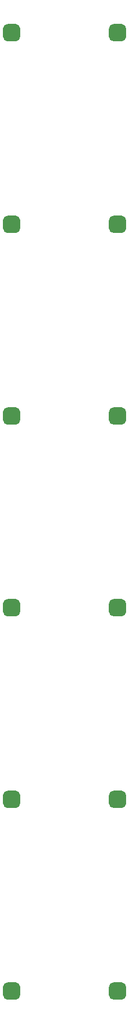
<source format=gbp>
G04 #@! TF.GenerationSoftware,KiCad,Pcbnew,6.0.2+dfsg-1*
G04 #@! TF.CreationDate,2022-10-15T22:16:15-06:00*
G04 #@! TF.ProjectId,ckt-dingdong-spk-array,636b742d-6469-46e6-9764-6f6e672d7370,rev?*
G04 #@! TF.SameCoordinates,Original*
G04 #@! TF.FileFunction,Paste,Bot*
G04 #@! TF.FilePolarity,Positive*
%FSLAX46Y46*%
G04 Gerber Fmt 4.6, Leading zero omitted, Abs format (unit mm)*
G04 Created by KiCad (PCBNEW 6.0.2+dfsg-1) date 2022-10-15 22:16:15*
%MOMM*%
%LPD*%
G01*
G04 APERTURE LIST*
G04 APERTURE END LIST*
G36*
G01*
X44320000Y-54845000D02*
X44320000Y-56095000D01*
G75*
G02*
X43695000Y-56720000I-625000J0D01*
G01*
X42445000Y-56720000D01*
G75*
G02*
X41820000Y-56095000I0J625000D01*
G01*
X41820000Y-54845000D01*
G75*
G02*
X42445000Y-54220000I625000J0D01*
G01*
X43695000Y-54220000D01*
G75*
G02*
X44320000Y-54845000I0J-625000D01*
G01*
G37*
G36*
G01*
X28820000Y-54845000D02*
X28820000Y-56095000D01*
G75*
G02*
X28195000Y-56720000I-625000J0D01*
G01*
X26945000Y-56720000D01*
G75*
G02*
X26320000Y-56095000I0J625000D01*
G01*
X26320000Y-54845000D01*
G75*
G02*
X26945000Y-54220000I625000J0D01*
G01*
X28195000Y-54220000D01*
G75*
G02*
X28820000Y-54845000I0J-625000D01*
G01*
G37*
G36*
G01*
X44320000Y-110725000D02*
X44320000Y-111975000D01*
G75*
G02*
X43695000Y-112600000I-625000J0D01*
G01*
X42445000Y-112600000D01*
G75*
G02*
X41820000Y-111975000I0J625000D01*
G01*
X41820000Y-110725000D01*
G75*
G02*
X42445000Y-110100000I625000J0D01*
G01*
X43695000Y-110100000D01*
G75*
G02*
X44320000Y-110725000I0J-625000D01*
G01*
G37*
G36*
G01*
X28820000Y-110725000D02*
X28820000Y-111975000D01*
G75*
G02*
X28195000Y-112600000I-625000J0D01*
G01*
X26945000Y-112600000D01*
G75*
G02*
X26320000Y-111975000I0J625000D01*
G01*
X26320000Y-110725000D01*
G75*
G02*
X26945000Y-110100000I625000J0D01*
G01*
X28195000Y-110100000D01*
G75*
G02*
X28820000Y-110725000I0J-625000D01*
G01*
G37*
G36*
G01*
X44320000Y-166605000D02*
X44320000Y-167855000D01*
G75*
G02*
X43695000Y-168480000I-625000J0D01*
G01*
X42445000Y-168480000D01*
G75*
G02*
X41820000Y-167855000I0J625000D01*
G01*
X41820000Y-166605000D01*
G75*
G02*
X42445000Y-165980000I625000J0D01*
G01*
X43695000Y-165980000D01*
G75*
G02*
X44320000Y-166605000I0J-625000D01*
G01*
G37*
G36*
G01*
X28820000Y-166605000D02*
X28820000Y-167855000D01*
G75*
G02*
X28195000Y-168480000I-625000J0D01*
G01*
X26945000Y-168480000D01*
G75*
G02*
X26320000Y-167855000I0J625000D01*
G01*
X26320000Y-166605000D01*
G75*
G02*
X26945000Y-165980000I625000J0D01*
G01*
X28195000Y-165980000D01*
G75*
G02*
X28820000Y-166605000I0J-625000D01*
G01*
G37*
G36*
G01*
X44320000Y-26905000D02*
X44320000Y-28155000D01*
G75*
G02*
X43695000Y-28780000I-625000J0D01*
G01*
X42445000Y-28780000D01*
G75*
G02*
X41820000Y-28155000I0J625000D01*
G01*
X41820000Y-26905000D01*
G75*
G02*
X42445000Y-26280000I625000J0D01*
G01*
X43695000Y-26280000D01*
G75*
G02*
X44320000Y-26905000I0J-625000D01*
G01*
G37*
G36*
G01*
X28820000Y-26905000D02*
X28820000Y-28155000D01*
G75*
G02*
X28195000Y-28780000I-625000J0D01*
G01*
X26945000Y-28780000D01*
G75*
G02*
X26320000Y-28155000I0J625000D01*
G01*
X26320000Y-26905000D01*
G75*
G02*
X26945000Y-26280000I625000J0D01*
G01*
X28195000Y-26280000D01*
G75*
G02*
X28820000Y-26905000I0J-625000D01*
G01*
G37*
G36*
G01*
X44320000Y-138665000D02*
X44320000Y-139915000D01*
G75*
G02*
X43695000Y-140540000I-625000J0D01*
G01*
X42445000Y-140540000D01*
G75*
G02*
X41820000Y-139915000I0J625000D01*
G01*
X41820000Y-138665000D01*
G75*
G02*
X42445000Y-138040000I625000J0D01*
G01*
X43695000Y-138040000D01*
G75*
G02*
X44320000Y-138665000I0J-625000D01*
G01*
G37*
G36*
G01*
X28820000Y-138665000D02*
X28820000Y-139915000D01*
G75*
G02*
X28195000Y-140540000I-625000J0D01*
G01*
X26945000Y-140540000D01*
G75*
G02*
X26320000Y-139915000I0J625000D01*
G01*
X26320000Y-138665000D01*
G75*
G02*
X26945000Y-138040000I625000J0D01*
G01*
X28195000Y-138040000D01*
G75*
G02*
X28820000Y-138665000I0J-625000D01*
G01*
G37*
G36*
G01*
X44320000Y-82785000D02*
X44320000Y-84035000D01*
G75*
G02*
X43695000Y-84660000I-625000J0D01*
G01*
X42445000Y-84660000D01*
G75*
G02*
X41820000Y-84035000I0J625000D01*
G01*
X41820000Y-82785000D01*
G75*
G02*
X42445000Y-82160000I625000J0D01*
G01*
X43695000Y-82160000D01*
G75*
G02*
X44320000Y-82785000I0J-625000D01*
G01*
G37*
G36*
G01*
X28820000Y-82785000D02*
X28820000Y-84035000D01*
G75*
G02*
X28195000Y-84660000I-625000J0D01*
G01*
X26945000Y-84660000D01*
G75*
G02*
X26320000Y-84035000I0J625000D01*
G01*
X26320000Y-82785000D01*
G75*
G02*
X26945000Y-82160000I625000J0D01*
G01*
X28195000Y-82160000D01*
G75*
G02*
X28820000Y-82785000I0J-625000D01*
G01*
G37*
M02*

</source>
